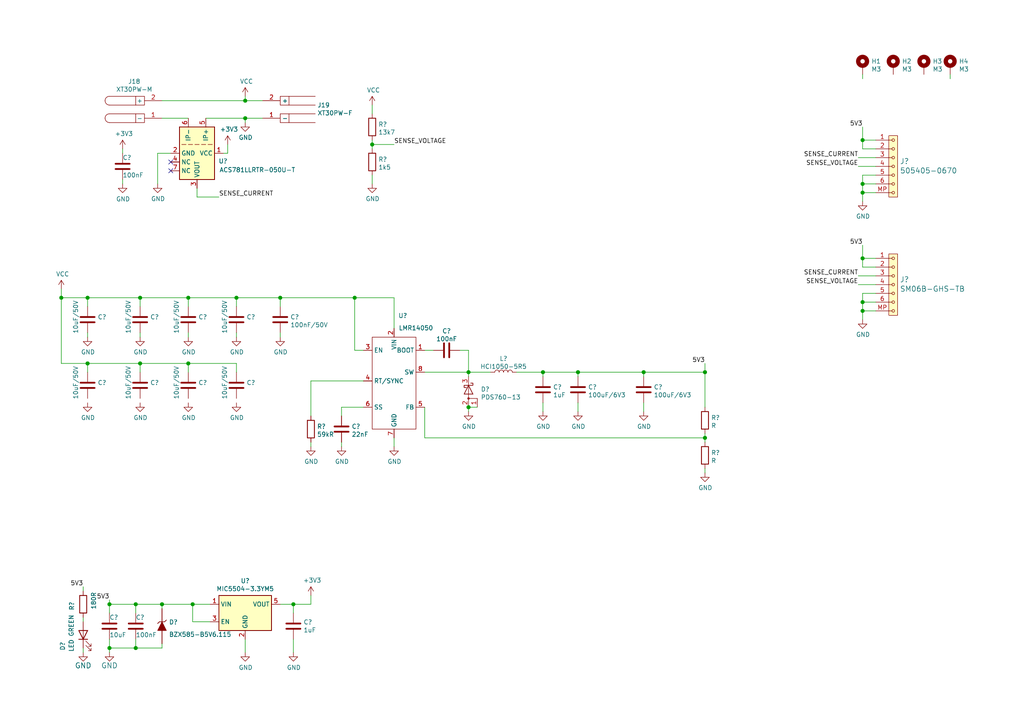
<source format=kicad_sch>
(kicad_sch (version 20210406) (generator eeschema)
  (paper "A4")
  (lib_symbols
    (symbol "Device:C" (pin_numbers hide) (pin_names (offset 0.254))
      (property "Reference" "C" (at 0.635 2.54 0))
      (property "Value" "C" (at 0.635 -2.54 0))
      (symbol "C_0_1"
        (polyline (pts (xy -2.032 -0.762) (xy 2.032 -0.762)) (stroke (width 0.508)))
        (polyline (pts (xy -2.032 0.762) (xy 2.032 0.762)) (stroke (width 0.508)))
      )
      (symbol "C_1_1"
        (pin passive line (at 0 3.81 270) (length 2.794) (name "~") (number "1"))
        (pin passive line (at 0 -3.81 90) (length 2.794) (name "~") (number "2"))
      )
    )
    (symbol "Device:D_Schottky_AAK" (pin_names (offset 0) hide)
      (property "Reference" "D" (at 0 2.54 0))
      (property "Value" "D_Schottky_AAK" (at 0 -2.54 0))
      (symbol "D_Schottky_AAK_0_1"
        (circle (center 2.54 0) (radius 0.254) (fill (type outline)))
        (polyline (pts (xy 1.27 1.27) (xy 1.27 -1.27) (xy -1.27 0) (xy 1.27 1.27)) (stroke (width 0.2032)))
        (polyline (pts (xy 3.81 2.54) (xy 2.54 2.54) (xy 2.54 0) (xy -1.27 0)))
        (polyline (pts (xy -1.905 0.635) (xy -1.905 1.27) (xy -1.27 1.27) (xy -1.27 -1.27) (xy -0.635 -1.27) (xy -0.635 -0.635)) (stroke (width 0.2032)))
      )
      (symbol "D_Schottky_AAK_1_1"
        (pin passive line (at 5.08 2.54 180) (length 2.54) (name "A") (number "1"))
        (pin passive line (at 5.08 0 180) (length 2.54) (name "A") (number "2"))
        (pin passive line (at -3.81 0 0) (length 2.54) (name "K") (number "3"))
      )
    )
    (symbol "Device:L" (pin_numbers hide) (pin_names (offset 1.016) hide)
      (property "Reference" "L" (at -1.27 0 90))
      (property "Value" "L" (at 1.905 0 90))
      (symbol "L_0_1"
        (arc (start 0 -2.54) (end 0 -1.27) (radius (at 0 -1.905) (length 0.635) (angles -89.9 89.9)))
        (arc (start 0 -1.27) (end 0 0) (radius (at 0 -0.635) (length 0.635) (angles -89.9 89.9)))
        (arc (start 0 0) (end 0 1.27) (radius (at 0 0.635) (length 0.635) (angles -89.9 89.9)))
        (arc (start 0 1.27) (end 0 2.54) (radius (at 0 1.905) (length 0.635) (angles -89.9 89.9)))
      )
      (symbol "L_1_1"
        (pin passive line (at 0 3.81 270) (length 1.27) (name "1") (number "1"))
        (pin passive line (at 0 -3.81 90) (length 1.27) (name "2") (number "2"))
      )
    )
    (symbol "Device:LED" (pin_numbers hide) (pin_names (offset 1.016) hide)
      (property "Reference" "D" (at 0 2.54 0))
      (property "Value" "LED" (at 0 -2.54 0))
      (symbol "LED_0_1"
        (polyline (pts (xy -1.27 -1.27) (xy -1.27 1.27)) (stroke (width 0.254)))
        (polyline (pts (xy -1.27 0) (xy 1.27 0)))
        (polyline (pts (xy 1.27 -1.27) (xy 1.27 1.27) (xy -1.27 0) (xy 1.27 -1.27)) (stroke (width 0.254)))
        (polyline (pts (xy -3.048 -0.762) (xy -4.572 -2.286) (xy -3.81 -2.286) (xy -4.572 -2.286) (xy -4.572 -1.524)))
        (polyline (pts (xy -1.778 -0.762) (xy -3.302 -2.286) (xy -2.54 -2.286) (xy -3.302 -2.286) (xy -3.302 -1.524)))
      )
      (symbol "LED_1_1"
        (pin passive line (at -3.81 0 0) (length 2.54) (name "K") (number "1"))
        (pin passive line (at 3.81 0 180) (length 2.54) (name "A") (number "2"))
      )
    )
    (symbol "Device:R" (pin_numbers hide) (pin_names (offset 0))
      (property "Reference" "R" (at 2.032 0 90))
      (property "Value" "R" (at 0 0 90))
      (symbol "R_0_1"
        (rectangle (start -1.016 -2.54) (end 1.016 2.54) (stroke (width 0.254)))
      )
      (symbol "R_1_1"
        (pin passive line (at 0 3.81 270) (length 1.27) (name "~") (number "1"))
        (pin passive line (at 0 -3.81 90) (length 1.27) (name "~") (number "2"))
      )
    )
    (symbol "MLAB_CONNECTORS:XT30PW-F"
      (property "Reference" "J" (at -5.08 8.89 0))
      (property "Value" "XT30PW-F" (at -1.27 6.35 0))
      (symbol "XT30PW-F_0_1"
        (rectangle (start 3.81 -1.27) (end 1.27 -3.81))
        (rectangle (start 3.81 3.81) (end 1.27 1.27))
        (polyline (pts (xy -6.35 -3.81) (xy 1.27 -3.81)))
        (polyline (pts (xy -6.35 1.27) (xy 1.27 1.27)))
        (polyline (pts (xy 1.27 -1.27) (xy -6.35 -1.27)))
        (polyline (pts (xy 1.27 3.81) (xy -6.35 3.81)))
      )
      (symbol "XT30PW-F_1_1"
        (pin passive line (at 8.89 -2.54 180) (length 5.08) (name "-") (number "1"))
        (pin passive line (at 8.89 2.54 180) (length 5.08) (name "+") (number "2"))
      )
    )
    (symbol "MLAB_CONNECTORS:XT30PW-M"
      (property "Reference" "J" (at -8.89 7.62 0))
      (property "Value" "XT30PW-M" (at -5.08 5.08 0))
      (symbol "XT30PW-M_0_1"
        (arc (start -8.89 -3.81) (end -10.16 -2.54) (radius (at -8.89 -2.5654) (length 1.2446) (angles -90 178.8)))
        (arc (start -8.89 -1.27) (end -10.16 -2.54) (radius (at -8.89 -2.5146) (length 1.2446) (angles 90 -178.8)))
        (arc (start -8.89 1.27) (end -10.16 2.54) (radius (at -8.89 2.5146) (length 1.2446) (angles -90 178.8)))
        (arc (start -8.89 3.81) (end -10.16 2.54) (radius (at -8.89 2.5654) (length 1.2446) (angles 90 -178.8)))
        (rectangle (start 1.27 -1.27) (end -1.27 -3.81))
        (rectangle (start 1.27 3.81) (end -1.27 1.27))
        (polyline (pts (xy -8.89 -3.81) (xy -1.27 -3.81)))
        (polyline (pts (xy -8.89 1.27) (xy -1.27 1.27)))
        (polyline (pts (xy -1.27 -1.27) (xy -8.89 -1.27)))
        (polyline (pts (xy -1.27 3.81) (xy -8.89 3.81)))
      )
      (symbol "XT30PW-M_1_1"
        (pin passive line (at 6.35 -2.54 180) (length 5.08) (name "-") (number "1"))
        (pin passive line (at 6.35 2.54 180) (length 5.08) (name "+") (number "2"))
      )
    )
    (symbol "MLAB_CONNECTORS_JST:SM06B-GHS-TB" (pin_names (offset 1.016))
      (property "Reference" "J" (at 0 -10.16 0))
      (property "Value" "SM06B-GHS-TB" (at 0 10.16 0))
      (symbol "SM06B-GHS-TB_0_1"
        (circle (center 0 -7.62) (radius 0.381))
        (circle (center 0 -5.08) (radius 0.381))
        (circle (center 0 -2.54) (radius 0.381))
        (circle (center 0 0) (radius 0.381))
        (circle (center 0 2.54) (radius 0.381))
        (circle (center 0 5.08) (radius 0.381))
        (circle (center 0 7.62) (radius 0.381))
        (rectangle (start -1.27 8.89) (end 1.27 -8.89) (fill (type background)))
        (polyline (pts (xy -1.27 -7.62) (xy -0.381 -7.62)))
        (polyline (pts (xy -1.27 -5.08) (xy -0.381 -5.08)))
        (polyline (pts (xy -1.27 -2.54) (xy -0.381 -2.54)))
        (polyline (pts (xy -1.27 0) (xy -0.381 0)))
        (polyline (pts (xy -1.27 2.54) (xy -0.381 2.54)))
        (polyline (pts (xy -1.27 5.08) (xy -0.381 5.08)))
        (polyline (pts (xy -1.27 7.62) (xy -0.381 7.62)))
      )
      (symbol "SM06B-GHS-TB_1_1"
        (pin input line (at -5.08 7.62 0) (length 3.81) (name "~") (number "1"))
        (pin input line (at -5.08 5.08 0) (length 3.81) (name "~") (number "2"))
        (pin input line (at -5.08 2.54 0) (length 3.81) (name "~") (number "3"))
        (pin input line (at -5.08 0 0) (length 3.81) (name "~") (number "4"))
        (pin input line (at -5.08 -2.54 0) (length 3.81) (name "~") (number "5"))
        (pin input line (at -5.08 -5.08 0) (length 3.81) (name "~") (number "6"))
        (pin input line (at -5.08 -7.62 0) (length 3.81) (name "~") (number "MP"))
      )
    )
    (symbol "MLAB_D:D_ZENER" (pin_numbers hide) (pin_names (offset 1.016) hide)
      (property "Reference" "D" (at 0 2.54 0))
      (property "Value" "D_ZENER" (at 0 -2.54 0))
      (symbol "D_ZENER_0_1"
        (polyline (pts (xy -1.778 1.27) (xy -1.27 0.762) (xy -1.27 -0.762) (xy -0.762 -1.27) (xy -0.762 -1.27)) (stroke (width 0.2032)))
        (polyline (pts (xy -1.27 0) (xy 1.27 1.27) (xy 1.27 -1.27) (xy -1.27 0) (xy -1.27 0)) (fill (type outline)))
      )
      (symbol "D_ZENER_1_1"
        (pin passive line (at -5.08 0 0) (length 3.81) (name "K") (number "1"))
        (pin passive line (at 5.08 0 180) (length 3.81) (name "A") (number "2"))
      )
    )
    (symbol "MLAB_IO:LMR14050"
      (property "Reference" "U" (at 0 0 0))
      (property "Value" "LMR14050" (at 0 -2.54 0))
      (symbol "LMR14050_0_1"
        (rectangle (start -6.35 15.24) (end 6.35 -11.43) (stroke (width 0.1524)))
      )
      (symbol "LMR14050_1_1"
        (pin unspecified line (at 8.89 11.43 180) (length 2.54) (name "BOOT") (number "1"))
        (pin unspecified line (at 0 17.78 270) (length 2.54) (name "VIN") (number "2"))
        (pin unspecified line (at -8.89 11.43 0) (length 2.54) (name "EN") (number "3"))
        (pin unspecified line (at -8.89 2.54 0) (length 2.54) (name "RT/SYNC") (number "4"))
        (pin unspecified line (at 8.89 -5.08 180) (length 2.54) (name "FB") (number "5"))
        (pin unspecified line (at -8.89 -5.08 0) (length 2.54) (name "SS") (number "6"))
        (pin unspecified line (at 0 -13.97 90) (length 2.54) (name "GND") (number "7"))
        (pin unspecified line (at 8.89 5.08 180) (length 2.54) (name "SW") (number "8"))
      )
    )
    (symbol "Mechanical:MountingHole_Pad" (pin_numbers hide) (pin_names (offset 1.016) hide)
      (property "Reference" "H" (at 0 6.35 0))
      (property "Value" "MountingHole_Pad" (at 0 4.445 0))
      (symbol "MountingHole_Pad_0_1"
        (circle (center 0 1.27) (radius 1.27) (stroke (width 1.27)))
      )
      (symbol "MountingHole_Pad_1_1"
        (pin input line (at 0 -2.54 90) (length 2.54) (name "1") (number "1"))
      )
    )
    (symbol "Regulator_Linear:MIC5504-3.3YM5"
      (property "Reference" "U" (at -7.62 8.89 0))
      (property "Value" "MIC5504-3.3YM5" (at -7.62 6.35 0))
      (symbol "MIC5504-3.3YM5_0_1"
        (rectangle (start -7.62 -5.08) (end 7.62 5.08) (stroke (width 0.254)) (fill (type background)))
      )
      (symbol "MIC5504-3.3YM5_1_1"
        (pin power_in line (at -10.16 2.54 0) (length 2.54) (name "VIN") (number "1"))
        (pin power_in line (at 0 -7.62 90) (length 2.54) (name "GND") (number "2"))
        (pin input line (at -10.16 -2.54 0) (length 2.54) (name "EN") (number "3"))
        (pin no_connect line (at 7.62 -2.54 180) (length 2.54) hide (name "NC") (number "4"))
        (pin power_out line (at 10.16 2.54 180) (length 2.54) (name "VOUT") (number "5"))
      )
    )
    (symbol "Sensor_Current:ACS781xLRTR-050U"
      (property "Reference" "U" (at -7.62 6.35 0))
      (property "Value" "ACS781xLRTR-050U" (at 2.54 6.35 0))
      (symbol "ACS781xLRTR-050U_0_1"
        (rectangle (start -7.62 5.08) (end 7.62 -5.08) (stroke (width 0.254)) (fill (type background)))
        (polyline (pts (xy -2.54 -3.175) (xy -2.54 -4.445)))
        (polyline (pts (xy -2.54 -1.27) (xy -2.54 -2.54)))
        (polyline (pts (xy -2.54 0.635) (xy -2.54 -0.635)))
        (polyline (pts (xy -2.54 1.27) (xy -2.54 2.54)))
        (polyline (pts (xy -2.54 3.175) (xy -2.54 4.445)))
      )
      (symbol "ACS781xLRTR-050U_1_1"
        (pin power_in line (at 0 7.62 270) (length 2.54) (name "VCC") (number "1"))
        (pin power_in line (at 0 -7.62 90) (length 2.54) (name "GND") (number "2"))
        (pin output line (at 10.16 0 180) (length 2.54) (name "VOUT") (number "3"))
        (pin passive line (at 2.54 -7.62 90) (length 2.54) (name "NC") (number "4"))
        (pin passive line (at -10.16 2.54 0) (length 2.54) (name "IP+") (number "5"))
        (pin passive line (at -10.16 -2.54 0) (length 2.54) (name "IP-") (number "6"))
        (pin passive line (at 5.08 -7.62 90) (length 2.54) (name "NC") (number "7"))
      )
    )
    (symbol "power:+3V3" (power) (pin_names (offset 0))
      (property "Value" "+3V3" (at 0 3.556 0))
      (symbol "+3V3_0_1"
        (polyline (pts (xy -0.762 1.27) (xy 0 2.54)))
        (polyline (pts (xy 0 0) (xy 0 2.54)))
        (polyline (pts (xy 0 2.54) (xy 0.762 1.27)))
      )
      (symbol "+3V3_1_1"
        (pin power_in line (at 0 0 90) (length 0) hide (name "+3V3") (number "1"))
      )
    )
    (symbol "power:GND" (power) (pin_names (offset 0))
      (property "Value" "GND" (at 0 -3.81 0))
      (symbol "GND_0_1"
        (polyline (pts (xy 0 0) (xy 0 -1.27) (xy 1.27 -1.27) (xy 0 -2.54) (xy -1.27 -1.27) (xy 0 -1.27)))
      )
      (symbol "GND_1_1"
        (pin power_in line (at 0 0 270) (length 0) hide (name "GND") (number "1"))
      )
    )
    (symbol "power:VCC" (power) (pin_names (offset 0))
      (property "Value" "VCC" (at 0 3.81 0))
      (symbol "VCC_0_1"
        (polyline (pts (xy -0.762 1.27) (xy 0 2.54)))
        (polyline (pts (xy 0 0) (xy 0 2.54)))
        (polyline (pts (xy 0 2.54) (xy 0.762 1.27)))
      )
      (symbol "VCC_1_1"
        (pin power_in line (at 0 0 90) (length 0) hide (name "VCC") (number "1"))
      )
    )
  )
  (junction (at 17.78 86.36) (diameter 1.016))
  (junction (at 25.4 86.36) (diameter 1.016))
  (junction (at 25.4 105.41) (diameter 1.016))
  (junction (at 31.75 175.26) (diameter 1.016))
  (junction (at 31.75 187.96) (diameter 1.016))
  (junction (at 39.37 175.26) (diameter 1.016))
  (junction (at 39.37 187.96) (diameter 1.016))
  (junction (at 40.64 86.36) (diameter 1.016))
  (junction (at 40.64 105.41) (diameter 1.016))
  (junction (at 46.99 175.26) (diameter 1.016))
  (junction (at 54.61 86.36) (diameter 1.016))
  (junction (at 54.61 105.41) (diameter 1.016))
  (junction (at 55.88 175.26) (diameter 1.016))
  (junction (at 68.58 86.36) (diameter 1.016))
  (junction (at 71.12 29.21) (diameter 1.016))
  (junction (at 71.12 34.29) (diameter 1.016))
  (junction (at 81.28 86.36) (diameter 1.016))
  (junction (at 85.09 175.26) (diameter 1.016))
  (junction (at 102.87 86.36) (diameter 1.016))
  (junction (at 107.95 41.91) (diameter 1.016))
  (junction (at 135.89 107.95) (diameter 1.016))
  (junction (at 135.89 118.11) (diameter 1.016))
  (junction (at 157.48 107.95) (diameter 1.016))
  (junction (at 167.64 107.95) (diameter 1.016))
  (junction (at 186.69 107.95) (diameter 1.016))
  (junction (at 204.47 107.95) (diameter 1.016))
  (junction (at 204.47 127) (diameter 1.016))
  (junction (at 250.19 40.64) (diameter 1.016))
  (junction (at 250.19 53.34) (diameter 1.016))
  (junction (at 250.19 55.88) (diameter 1.016))
  (junction (at 250.19 74.93) (diameter 1.016))
  (junction (at 250.19 87.63) (diameter 1.016))
  (junction (at 250.19 90.17) (diameter 1.016))
  (no_connect (at 49.53 46.99))
  (no_connect (at 49.53 49.53))
  (wire (pts (xy 17.78 83.82) (xy 17.78 86.36)))
  (wire (pts (xy 17.78 105.41) (xy 17.78 86.36)))
  (wire (pts (xy 24.13 170.18) (xy 24.13 171.45)))
  (wire (pts (xy 24.13 179.07) (xy 24.13 180.34)))
  (wire (pts (xy 24.13 187.96) (xy 24.13 189.23)))
  (wire (pts (xy 25.4 86.36) (xy 17.78 86.36)))
  (wire (pts (xy 25.4 86.36) (xy 25.4 88.9)))
  (wire (pts (xy 25.4 96.52) (xy 25.4 97.79)))
  (wire (pts (xy 25.4 105.41) (xy 17.78 105.41)))
  (wire (pts (xy 25.4 105.41) (xy 25.4 107.95)))
  (wire (pts (xy 25.4 105.41) (xy 40.64 105.41)))
  (wire (pts (xy 31.75 173.99) (xy 31.75 175.26)))
  (wire (pts (xy 31.75 175.26) (xy 39.37 175.26)))
  (wire (pts (xy 31.75 177.8) (xy 31.75 175.26)))
  (wire (pts (xy 31.75 185.42) (xy 31.75 187.96)))
  (wire (pts (xy 31.75 187.96) (xy 31.75 189.23)))
  (wire (pts (xy 31.75 187.96) (xy 39.37 187.96)))
  (wire (pts (xy 35.56 43.18) (xy 35.56 44.45)))
  (wire (pts (xy 35.56 52.07) (xy 35.56 53.34)))
  (wire (pts (xy 39.37 175.26) (xy 46.99 175.26)))
  (wire (pts (xy 39.37 177.8) (xy 39.37 175.26)))
  (wire (pts (xy 39.37 185.42) (xy 39.37 187.96)))
  (wire (pts (xy 39.37 187.96) (xy 46.99 187.96)))
  (wire (pts (xy 40.64 86.36) (xy 25.4 86.36)))
  (wire (pts (xy 40.64 86.36) (xy 40.64 88.9)))
  (wire (pts (xy 40.64 96.52) (xy 40.64 97.79)))
  (wire (pts (xy 40.64 105.41) (xy 40.64 107.95)))
  (wire (pts (xy 40.64 105.41) (xy 54.61 105.41)))
  (wire (pts (xy 45.72 44.45) (xy 45.72 53.34)))
  (wire (pts (xy 46.99 29.21) (xy 71.12 29.21)))
  (wire (pts (xy 46.99 34.29) (xy 54.61 34.29)))
  (wire (pts (xy 46.99 175.26) (xy 55.88 175.26)))
  (wire (pts (xy 46.99 176.53) (xy 46.99 175.26)))
  (wire (pts (xy 46.99 186.69) (xy 46.99 187.96)))
  (wire (pts (xy 49.53 44.45) (xy 45.72 44.45)))
  (wire (pts (xy 54.61 86.36) (xy 40.64 86.36)))
  (wire (pts (xy 54.61 86.36) (xy 54.61 88.9)))
  (wire (pts (xy 54.61 96.52) (xy 54.61 97.79)))
  (wire (pts (xy 54.61 105.41) (xy 54.61 107.95)))
  (wire (pts (xy 54.61 105.41) (xy 68.58 105.41)))
  (wire (pts (xy 55.88 180.34) (xy 55.88 175.26)))
  (wire (pts (xy 57.15 54.61) (xy 57.15 57.15)))
  (wire (pts (xy 57.15 57.15) (xy 63.5 57.15)))
  (wire (pts (xy 59.69 34.29) (xy 71.12 34.29)))
  (wire (pts (xy 60.96 175.26) (xy 55.88 175.26)))
  (wire (pts (xy 60.96 180.34) (xy 55.88 180.34)))
  (wire (pts (xy 64.77 44.45) (xy 66.04 44.45)))
  (wire (pts (xy 66.04 44.45) (xy 66.04 41.91)))
  (wire (pts (xy 68.58 86.36) (xy 54.61 86.36)))
  (wire (pts (xy 68.58 86.36) (xy 68.58 88.9)))
  (wire (pts (xy 68.58 96.52) (xy 68.58 97.79)))
  (wire (pts (xy 68.58 105.41) (xy 68.58 107.95)))
  (wire (pts (xy 71.12 27.94) (xy 71.12 29.21)))
  (wire (pts (xy 71.12 29.21) (xy 76.2 29.21)))
  (wire (pts (xy 71.12 34.29) (xy 71.12 35.56)))
  (wire (pts (xy 71.12 34.29) (xy 76.2 34.29)))
  (wire (pts (xy 71.12 185.42) (xy 71.12 189.23)))
  (wire (pts (xy 81.28 86.36) (xy 68.58 86.36)))
  (wire (pts (xy 81.28 86.36) (xy 81.28 88.9)))
  (wire (pts (xy 81.28 96.52) (xy 81.28 97.79)))
  (wire (pts (xy 81.28 175.26) (xy 85.09 175.26)))
  (wire (pts (xy 85.09 175.26) (xy 85.09 177.8)))
  (wire (pts (xy 85.09 175.26) (xy 90.17 175.26)))
  (wire (pts (xy 85.09 185.42) (xy 85.09 189.23)))
  (wire (pts (xy 90.17 110.49) (xy 90.17 120.65)))
  (wire (pts (xy 90.17 128.27) (xy 90.17 129.54)))
  (wire (pts (xy 90.17 175.26) (xy 90.17 172.72)))
  (wire (pts (xy 99.06 118.11) (xy 99.06 120.65)))
  (wire (pts (xy 99.06 128.27) (xy 99.06 129.54)))
  (wire (pts (xy 102.87 86.36) (xy 81.28 86.36)))
  (wire (pts (xy 102.87 101.6) (xy 102.87 86.36)))
  (wire (pts (xy 105.41 101.6) (xy 102.87 101.6)))
  (wire (pts (xy 105.41 110.49) (xy 90.17 110.49)))
  (wire (pts (xy 105.41 118.11) (xy 99.06 118.11)))
  (wire (pts (xy 107.95 30.48) (xy 107.95 33.02)))
  (wire (pts (xy 107.95 40.64) (xy 107.95 41.91)))
  (wire (pts (xy 107.95 41.91) (xy 107.95 43.18)))
  (wire (pts (xy 107.95 41.91) (xy 114.3 41.91)))
  (wire (pts (xy 107.95 50.8) (xy 107.95 53.34)))
  (wire (pts (xy 114.3 86.36) (xy 102.87 86.36)))
  (wire (pts (xy 114.3 95.25) (xy 114.3 86.36)))
  (wire (pts (xy 114.3 127) (xy 114.3 129.54)))
  (wire (pts (xy 123.19 101.6) (xy 125.73 101.6)))
  (wire (pts (xy 123.19 107.95) (xy 135.89 107.95)))
  (wire (pts (xy 123.19 118.11) (xy 123.19 127)))
  (wire (pts (xy 123.19 127) (xy 204.47 127)))
  (wire (pts (xy 133.35 101.6) (xy 135.89 101.6)))
  (wire (pts (xy 135.89 101.6) (xy 135.89 107.95)))
  (wire (pts (xy 135.89 107.95) (xy 135.89 109.22)))
  (wire (pts (xy 135.89 107.95) (xy 142.24 107.95)))
  (wire (pts (xy 135.89 118.11) (xy 135.89 119.38)))
  (wire (pts (xy 135.89 118.11) (xy 138.43 118.11)))
  (wire (pts (xy 149.86 107.95) (xy 157.48 107.95)))
  (wire (pts (xy 157.48 107.95) (xy 157.48 109.22)))
  (wire (pts (xy 157.48 107.95) (xy 167.64 107.95)))
  (wire (pts (xy 157.48 116.84) (xy 157.48 119.38)))
  (wire (pts (xy 167.64 107.95) (xy 167.64 109.22)))
  (wire (pts (xy 167.64 107.95) (xy 186.69 107.95)))
  (wire (pts (xy 167.64 116.84) (xy 167.64 119.38)))
  (wire (pts (xy 186.69 107.95) (xy 186.69 109.22)))
  (wire (pts (xy 186.69 107.95) (xy 204.47 107.95)))
  (wire (pts (xy 186.69 116.84) (xy 186.69 119.38)))
  (wire (pts (xy 204.47 105.41) (xy 204.47 107.95)))
  (wire (pts (xy 204.47 107.95) (xy 204.47 118.11)))
  (wire (pts (xy 204.47 125.73) (xy 204.47 127)))
  (wire (pts (xy 204.47 127) (xy 204.47 128.27)))
  (wire (pts (xy 204.47 135.89) (xy 204.47 137.16)))
  (wire (pts (xy 248.92 45.72) (xy 254 45.72)))
  (wire (pts (xy 248.92 48.26) (xy 254 48.26)))
  (wire (pts (xy 248.92 80.01) (xy 254 80.01)))
  (wire (pts (xy 248.92 82.55) (xy 254 82.55)))
  (wire (pts (xy 250.19 21.59) (xy 250.19 22.86)))
  (wire (pts (xy 250.19 36.83) (xy 250.19 40.64)))
  (wire (pts (xy 250.19 40.64) (xy 250.19 43.18)))
  (wire (pts (xy 250.19 40.64) (xy 254 40.64)))
  (wire (pts (xy 250.19 50.8) (xy 250.19 53.34)))
  (wire (pts (xy 250.19 53.34) (xy 250.19 55.88)))
  (wire (pts (xy 250.19 55.88) (xy 250.19 58.42)))
  (wire (pts (xy 250.19 55.88) (xy 254 55.88)))
  (wire (pts (xy 250.19 71.12) (xy 250.19 74.93)))
  (wire (pts (xy 250.19 74.93) (xy 250.19 77.47)))
  (wire (pts (xy 250.19 74.93) (xy 254 74.93)))
  (wire (pts (xy 250.19 85.09) (xy 250.19 87.63)))
  (wire (pts (xy 250.19 87.63) (xy 250.19 90.17)))
  (wire (pts (xy 250.19 90.17) (xy 250.19 92.71)))
  (wire (pts (xy 250.19 90.17) (xy 254 90.17)))
  (wire (pts (xy 254 43.18) (xy 250.19 43.18)))
  (wire (pts (xy 254 50.8) (xy 250.19 50.8)))
  (wire (pts (xy 254 53.34) (xy 250.19 53.34)))
  (wire (pts (xy 254 77.47) (xy 250.19 77.47)))
  (wire (pts (xy 254 85.09) (xy 250.19 85.09)))
  (wire (pts (xy 254 87.63) (xy 250.19 87.63)))
  (wire (pts (xy 275.59 22.86) (xy 275.59 21.59)))
  (label "5V3" (at 24.13 170.18 180))
  (label "5V3" (at 31.75 173.99 180))
  (label "SENSE_CURRENT" (at 63.5 57.15 0))
  (label "SENSE_VOLTAGE" (at 114.3 41.91 0))
  (label "5V3" (at 204.47 105.41 180))
  (label "SENSE_CURRENT" (at 248.92 45.72 180))
  (label "SENSE_VOLTAGE" (at 248.92 48.26 180))
  (label "SENSE_CURRENT" (at 248.92 80.01 180))
  (label "SENSE_VOLTAGE" (at 248.92 82.55 180))
  (label "5V3" (at 250.19 36.83 180))
  (label "5V3" (at 250.19 71.12 180))
  (symbol (lib_id "power:VCC") (at 17.78 83.82 0) (unit 1)
    (property "Reference" "#PWR?" (effects hide))
    (property "Value" "VCC" (at 18.1483 79.4956 0))
  )
  (symbol (lib_id "power:+3V3") (at 35.56 43.18 0) (unit 1)
    (property "Reference" "#PWR?" (effects hide))
    (property "Value" "+3V3" (at 35.941 38.7858 0))
  )
  (symbol (lib_id "power:+3V3") (at 66.04 41.91 0) (unit 1)
    (property "Reference" "#PWR?" (effects hide))
    (property "Value" "+3V3" (at 66.421 37.5158 0))
  )
  (symbol (lib_id "power:VCC") (at 71.12 27.94 0) (unit 1)
    (property "Reference" "#PWR?" (effects hide))
    (property "Value" "VCC" (at 71.4883 23.6156 0))
  )
  (symbol (lib_id "power:+3V3") (at 90.17 172.72 0) (unit 1)
    (property "Reference" "#PWR?" (effects hide))
    (property "Value" "+3V3" (at 90.551 168.3258 0))
  )
  (symbol (lib_id "power:VCC") (at 107.95 30.48 0) (unit 1)
    (property "Reference" "#PWR?" (effects hide))
    (property "Value" "VCC" (at 108.3183 26.1556 0))
  )
  (symbol (lib_id "power:GND") (at 24.13 189.23 0) (unit 1)
    (property "Reference" "#PWR?" (effects hide))
    (property "Value" "GND" (at 24.13 193.04 0) (effects (font (size 1.524 1.524))))
  )
  (symbol (lib_id "power:GND") (at 25.4 97.79 0) (unit 1)
    (property "Reference" "#PWR?" (effects hide))
    (property "Value" "GND" (at 25.5143 102.1144 0))
  )
  (symbol (lib_id "power:GND") (at 25.4 116.84 0) (unit 1)
    (property "Reference" "#PWR?" (effects hide))
    (property "Value" "GND" (at 25.5143 121.1644 0))
  )
  (symbol (lib_id "power:GND") (at 31.75 189.23 0) (unit 1)
    (property "Reference" "#PWR?" (effects hide))
    (property "Value" "GND" (at 31.75 193.04 0) (effects (font (size 1.524 1.524))))
  )
  (symbol (lib_id "power:GND") (at 35.56 53.34 0) (unit 1)
    (property "Reference" "#PWR?" (effects hide))
    (property "Value" "GND" (at 35.687 57.7342 0))
  )
  (symbol (lib_id "power:GND") (at 40.64 97.79 0) (unit 1)
    (property "Reference" "#PWR?" (effects hide))
    (property "Value" "GND" (at 40.7543 102.1144 0))
  )
  (symbol (lib_id "power:GND") (at 40.64 116.84 0) (unit 1)
    (property "Reference" "#PWR?" (effects hide))
    (property "Value" "GND" (at 40.7543 121.1644 0))
  )
  (symbol (lib_id "power:GND") (at 45.72 53.34 0) (unit 1)
    (property "Reference" "#PWR?" (effects hide))
    (property "Value" "GND" (at 45.8343 57.6644 0))
  )
  (symbol (lib_id "power:GND") (at 54.61 97.79 0) (unit 1)
    (property "Reference" "#PWR?" (effects hide))
    (property "Value" "GND" (at 54.7243 102.1144 0))
  )
  (symbol (lib_id "power:GND") (at 54.61 116.84 0) (unit 1)
    (property "Reference" "#PWR?" (effects hide))
    (property "Value" "GND" (at 54.7243 121.1644 0))
  )
  (symbol (lib_id "power:GND") (at 68.58 97.79 0) (unit 1)
    (property "Reference" "#PWR?" (effects hide))
    (property "Value" "GND" (at 68.6943 102.1144 0))
  )
  (symbol (lib_id "power:GND") (at 68.58 116.84 0) (unit 1)
    (property "Reference" "#PWR?" (effects hide))
    (property "Value" "GND" (at 68.6943 121.1644 0))
  )
  (symbol (lib_id "power:GND") (at 71.12 35.56 0) (unit 1)
    (property "Reference" "#PWR?" (effects hide))
    (property "Value" "GND" (at 71.2343 39.8844 0))
  )
  (symbol (lib_id "power:GND") (at 71.12 189.23 0) (unit 1)
    (property "Reference" "#PWR?" (effects hide))
    (property "Value" "GND" (at 71.247 193.6242 0))
  )
  (symbol (lib_id "power:GND") (at 81.28 97.79 0) (unit 1)
    (property "Reference" "#PWR?" (effects hide))
    (property "Value" "GND" (at 81.3943 102.1144 0))
  )
  (symbol (lib_id "power:GND") (at 85.09 189.23 0) (unit 1)
    (property "Reference" "#PWR?" (effects hide))
    (property "Value" "GND" (at 85.217 193.6242 0))
  )
  (symbol (lib_id "power:GND") (at 90.17 129.54 0) (unit 1)
    (property "Reference" "#PWR?" (effects hide))
    (property "Value" "GND" (at 90.2843 133.8644 0))
  )
  (symbol (lib_id "power:GND") (at 99.06 129.54 0) (unit 1)
    (property "Reference" "#PWR?" (effects hide))
    (property "Value" "GND" (at 99.1743 133.8644 0))
  )
  (symbol (lib_id "power:GND") (at 107.95 53.34 0) (unit 1)
    (property "Reference" "#PWR?" (effects hide))
    (property "Value" "GND" (at 108.0643 57.6644 0))
  )
  (symbol (lib_id "power:GND") (at 114.3 129.54 0) (unit 1)
    (property "Reference" "#PWR?" (effects hide))
    (property "Value" "GND" (at 114.4143 133.8644 0))
  )
  (symbol (lib_id "power:GND") (at 135.89 119.38 0) (unit 1)
    (property "Reference" "#PWR?" (effects hide))
    (property "Value" "GND" (at 136.0043 123.7044 0))
  )
  (symbol (lib_id "power:GND") (at 157.48 119.38 0) (unit 1)
    (property "Reference" "#PWR?" (effects hide))
    (property "Value" "GND" (at 157.5943 123.7044 0))
  )
  (symbol (lib_id "power:GND") (at 167.64 119.38 0) (unit 1)
    (property "Reference" "#PWR?" (effects hide))
    (property "Value" "GND" (at 167.7543 123.7044 0))
  )
  (symbol (lib_id "power:GND") (at 186.69 119.38 0) (unit 1)
    (property "Reference" "#PWR?" (effects hide))
    (property "Value" "GND" (at 186.8043 123.7044 0))
  )
  (symbol (lib_id "power:GND") (at 204.47 137.16 0) (unit 1)
    (property "Reference" "#PWR?" (effects hide))
    (property "Value" "GND" (at 204.5843 141.4844 0))
  )
  (symbol (lib_id "power:GND") (at 250.19 58.42 0) (unit 1)
    (property "Reference" "#PWR?" (effects hide))
    (property "Value" "GND" (at 250.3043 62.7444 0))
  )
  (symbol (lib_id "power:GND") (at 250.19 92.71 0) (unit 1)
    (property "Reference" "#PWR?" (effects hide))
    (property "Value" "GND" (at 250.3043 97.0344 0))
  )
  (symbol (lib_id "Device:L") (at 146.05 107.95 90) (unit 1)
    (property "Reference" "L?" (at 146.05 104.0088 90))
    (property "Value" "HCI1050-5R5" (at 146.05 106.3075 90))
  )
  (symbol (lib_id "Device:R") (at 24.13 175.26 0) (unit 1)
    (property "Reference" "R?" (at 20.8281 177.0391 90) (effects (justify left)))
    (property "Value" "180R" (at 27.1781 176.7978 90) (effects (justify left)))
    (property "Footprint" "Mlab_R:SMD-0603" (effects hide))
  )
  (symbol (lib_id "Device:R") (at 90.17 124.46 0) (unit 1)
    (property "Reference" "R?" (at 91.9481 123.6991 0) (effects (justify left)))
    (property "Value" "59kR" (at 91.9481 125.9978 0) (effects (justify left)))
  )
  (symbol (lib_id "Device:R") (at 107.95 36.83 0) (unit 1)
    (property "Reference" "R?" (at 109.7281 36.0691 0) (effects (justify left)))
    (property "Value" "13k7" (at 109.7281 38.3678 0) (effects (justify left)))
  )
  (symbol (lib_id "Device:R") (at 107.95 46.99 0) (unit 1)
    (property "Reference" "R?" (at 109.7281 46.2291 0) (effects (justify left)))
    (property "Value" "1k5" (at 109.7281 48.5278 0) (effects (justify left)))
  )
  (symbol (lib_id "Device:R") (at 204.47 121.92 0) (unit 1)
    (property "Reference" "R?" (at 206.2481 121.1591 0) (effects (justify left)))
    (property "Value" "R" (at 206.2481 123.4578 0) (effects (justify left)))
  )
  (symbol (lib_id "Device:R") (at 204.47 132.08 0) (unit 1)
    (property "Reference" "R?" (at 206.2481 131.3191 0) (effects (justify left)))
    (property "Value" "R" (at 206.2481 133.6178 0) (effects (justify left)))
  )
  (symbol (lib_id "Mechanical:MountingHole_Pad") (at 250.19 19.05 0) (unit 1)
    (property "Reference" "H1" (at 252.7301 17.7736 0) (effects (justify left)))
    (property "Value" "M3" (at 252.7301 20.0723 0) (effects (justify left)))
    (property "Footprint" "Mlab_Mechanical:MountingHole_3mm" (effects hide))
  )
  (symbol (lib_id "Mechanical:MountingHole_Pad") (at 259.08 19.05 0) (unit 1)
    (property "Reference" "H2" (at 261.6201 17.7736 0) (effects (justify left)))
    (property "Value" "M3" (at 261.6201 20.0723 0) (effects (justify left)))
    (property "Footprint" "Mlab_Mechanical:MountingHole_3mm" (effects hide))
  )
  (symbol (lib_id "Mechanical:MountingHole_Pad") (at 267.97 19.05 0) (unit 1)
    (property "Reference" "H3" (at 270.5101 17.7736 0) (effects (justify left)))
    (property "Value" "M3" (at 270.5101 20.0723 0) (effects (justify left)))
    (property "Footprint" "Mlab_Mechanical:MountingHole_3mm" (effects hide))
  )
  (symbol (lib_id "Mechanical:MountingHole_Pad") (at 275.59 19.05 0) (unit 1)
    (property "Reference" "H4" (at 278.1301 17.7736 0) (effects (justify left)))
    (property "Value" "M3" (at 278.1301 20.0723 0) (effects (justify left)))
    (property "Footprint" "Mlab_Mechanical:MountingHole_3mm" (effects hide))
  )
  (symbol (lib_id "MLAB_D:D_ZENER") (at 46.99 181.61 270) (unit 1)
    (property "Reference" "D?" (at 48.9966 180.4416 90) (effects (justify left)))
    (property "Value" "BZX585-B5V6.115" (at 48.997 184.023 90) (effects (justify left)))
    (property "Footprint" "Diode_SMD:D_SOD-523" (effects hide))
    (property "UST_ID" "604b0326128750769e5b0f93" (effects hide))
  )
  (symbol (lib_id "Device:LED") (at 24.13 184.15 90) (unit 1)
    (property "Reference" "D?" (at 18.1611 186.1196 0) (effects (justify right)))
    (property "Value" "LED GREEN" (at 20.7011 178.2583 0) (effects (justify right)))
    (property "Footprint" "Mlab_D:LED_1206" (effects hide))
  )
  (symbol (lib_id "Device:C") (at 25.4 92.71 0) (unit 1)
    (property "Reference" "C?" (at 28.3211 91.9491 0) (effects (justify left)))
    (property "Value" "10uF/50V" (at 21.9711 96.7878 90) (effects (justify left)))
    (property "Footprint" "Resistor_SMD:R_1206_3216Metric" (effects hide))
    (property "UST_ID" "607c0671128750769ee58c7f" (effects hide))
  )
  (symbol (lib_id "Device:C") (at 25.4 111.76 0) (unit 1)
    (property "Reference" "C?" (at 28.3211 110.9991 0) (effects (justify left)))
    (property "Value" "10uF/50V" (at 21.9711 115.8378 90) (effects (justify left)))
    (property "Footprint" "Resistor_SMD:R_1206_3216Metric" (effects hide))
    (property "UST_ID" "607c0671128750769ee58c7f" (effects hide))
  )
  (symbol (lib_id "Device:C") (at 31.75 181.61 0) (unit 1)
    (property "Reference" "C?" (at 31.75 179.07 0) (effects (justify left)))
    (property "Value" "10uF" (at 31.75 184.15 0) (effects (justify left)))
    (property "Footprint" "Mlab_R:SMD-0805" (effects hide))
    (property "UST_ID" "5c70984812875079b91f8bbd" (effects hide))
  )
  (symbol (lib_id "Device:C") (at 35.56 48.26 0) (unit 1)
    (property "Reference" "C?" (at 35.56 45.72 0) (effects (justify left)))
    (property "Value" "100nF" (at 35.56 50.8 0) (effects (justify left)))
    (property "Footprint" "Mlab_R:SMD-0603" (effects hide))
    (property "UST_ID" "5c70984812875079b91f8bf2" (effects hide))
  )
  (symbol (lib_id "Device:C") (at 39.37 181.61 0) (unit 1)
    (property "Reference" "C?" (at 39.37 179.07 0) (effects (justify left)))
    (property "Value" "100nF" (at 39.37 184.15 0) (effects (justify left)))
    (property "Footprint" "Mlab_R:SMD-0603" (effects hide))
    (property "UST_ID" "5c70984812875079b91f8bf2" (effects hide))
  )
  (symbol (lib_id "Device:C") (at 40.64 92.71 0) (unit 1)
    (property "Reference" "C?" (at 43.5611 91.9491 0) (effects (justify left)))
    (property "Value" "10uF/50V" (at 37.2111 96.7878 90) (effects (justify left)))
    (property "Footprint" "Resistor_SMD:R_1206_3216Metric" (effects hide))
    (property "UST_ID" "607c0671128750769ee58c7f" (effects hide))
  )
  (symbol (lib_id "Device:C") (at 40.64 111.76 0) (unit 1)
    (property "Reference" "C?" (at 43.5611 110.9991 0) (effects (justify left)))
    (property "Value" "10uF/50V" (at 37.2111 115.8378 90) (effects (justify left)))
    (property "Footprint" "Resistor_SMD:R_1206_3216Metric" (effects hide))
    (property "UST_ID" "607c0671128750769ee58c7f" (effects hide))
  )
  (symbol (lib_id "Device:C") (at 54.61 92.71 0) (unit 1)
    (property "Reference" "C?" (at 57.5311 91.9491 0) (effects (justify left)))
    (property "Value" "10uF/50V" (at 51.1811 96.7878 90) (effects (justify left)))
    (property "Footprint" "Resistor_SMD:R_1206_3216Metric" (effects hide))
    (property "UST_ID" "607c0671128750769ee58c7f" (effects hide))
  )
  (symbol (lib_id "Device:C") (at 54.61 111.76 0) (unit 1)
    (property "Reference" "C?" (at 57.5311 110.9991 0) (effects (justify left)))
    (property "Value" "10uF/50V" (at 51.1811 115.8378 90) (effects (justify left)))
    (property "Footprint" "Resistor_SMD:R_1206_3216Metric" (effects hide))
    (property "UST_ID" "607c0671128750769ee58c7f" (effects hide))
  )
  (symbol (lib_id "Device:C") (at 68.58 92.71 0) (unit 1)
    (property "Reference" "C?" (at 71.5011 91.9491 0) (effects (justify left)))
    (property "Value" "10uF/50V" (at 65.1511 96.7878 90) (effects (justify left)))
    (property "Footprint" "Resistor_SMD:R_1206_3216Metric" (effects hide))
    (property "UST_ID" "607c0671128750769ee58c7f" (effects hide))
  )
  (symbol (lib_id "Device:C") (at 68.58 111.76 0) (unit 1)
    (property "Reference" "C?" (at 71.5011 110.9991 0) (effects (justify left)))
    (property "Value" "10uF/50V" (at 65.1511 115.8378 90) (effects (justify left)))
    (property "Footprint" "Resistor_SMD:R_1206_3216Metric" (effects hide))
    (property "UST_ID" "607c0671128750769ee58c7f" (effects hide))
  )
  (symbol (lib_id "Device:C") (at 81.28 92.71 0) (unit 1)
    (property "Reference" "C?" (at 84.2011 91.9491 0) (effects (justify left)))
    (property "Value" "100nF/50V" (at 84.2011 94.2478 0) (effects (justify left)))
    (property "UST_ID" "5c70984712875079b91f8b4c" (effects hide))
  )
  (symbol (lib_id "Device:C") (at 85.09 181.61 0) (unit 1)
    (property "Reference" "C?" (at 88.011 180.4416 0) (effects (justify left)))
    (property "Value" "1uF" (at 88.011 182.753 0) (effects (justify left)))
    (property "Footprint" "Mlab_R:SMD-0603" (effects hide))
    (property "UST_ID" "5c70984812875079b91f8bc2" (effects hide))
  )
  (symbol (lib_id "Device:C") (at 99.06 124.46 0) (unit 1)
    (property "Reference" "C?" (at 101.9811 123.6991 0) (effects (justify left)))
    (property "Value" "22nF" (at 101.9811 125.9978 0) (effects (justify left)))
  )
  (symbol (lib_id "Device:C") (at 129.54 101.6 90) (unit 1)
    (property "Reference" "C?" (at 129.54 96.0078 90))
    (property "Value" "100nF" (at 129.54 98.3065 90))
    (property "Footprint" "Mlab_R:SMD-0805" (effects hide))
  )
  (symbol (lib_id "Device:C") (at 157.48 113.03 0) (unit 1)
    (property "Reference" "C?" (at 160.4011 112.2691 0) (effects (justify left)))
    (property "Value" "1uF" (at 160.4011 114.5678 0) (effects (justify left)))
    (property "Footprint" "Mlab_R:SMD-0805" (effects hide))
    (property "UST_ID" "5c70984712875079b91f8b6f" (effects hide))
  )
  (symbol (lib_id "Device:C") (at 167.64 113.03 0) (unit 1)
    (property "Reference" "C?" (at 170.5611 112.2691 0) (effects (justify left)))
    (property "Value" "100uF/6V3" (at 170.5611 114.5678 0) (effects (justify left)))
    (property "Footprint" "Resistor_SMD:R_1206_3216Metric" (effects hide))
    (property "UST_ID" "607c1245128750769ee58ca7" (effects hide))
  )
  (symbol (lib_id "Device:C") (at 186.69 113.03 0) (unit 1)
    (property "Reference" "C?" (at 189.6111 112.2691 0) (effects (justify left)))
    (property "Value" "100uF/6V3" (at 189.6111 114.5678 0) (effects (justify left)))
    (property "Footprint" "Resistor_SMD:R_1206_3216Metric" (effects hide))
    (property "UST_ID" "607c1245128750769ee58ca7" (effects hide))
  )
  (symbol (lib_id "Device:D_Schottky_AAK") (at 135.89 113.03 270) (unit 1)
    (property "Reference" "D?" (at 139.4461 112.9041 90) (effects (justify left)))
    (property "Value" "PDS760-13" (at 139.4461 115.2028 90) (effects (justify left)))
  )
  (symbol (lib_id "MLAB_CONNECTORS:XT30PW-F") (at 85.09 31.75 0) (mirror y) (unit 1)
    (property "Reference" "J19" (at 92.0751 30.4863 0) (effects (justify right)))
    (property "Value" "XT30PW-F" (at 92.0751 32.785 0) (effects (justify right)))
    (property "Footprint" "Connector_AMASS:AMASS_XT30PW-F_1x02_P2.50mm_Horizontal" (effects hide))
  )
  (symbol (lib_id "MLAB_CONNECTORS_JST:SM06B-GHS-TB") (at 259.08 48.26 0) (unit 1)
    (property "Reference" "J?" (at 260.9851 46.7919 0) (effects (font (size 1.524 1.524)) (justify left)))
    (property "Value" " 505405-0670" (at 260.985 49.5 0) (effects (font (size 1.524 1.524)) (justify left)))
    (property "Footprint" "Connector_JST:JST_GH_SM06B-GHS-TB_1x06-1MP_P1.25mm_Horizontal" (effects hide))
  )
  (symbol (lib_id "MLAB_CONNECTORS_JST:SM06B-GHS-TB") (at 259.08 82.55 0) (unit 1)
    (property "Reference" "J?" (at 260.9851 81.0819 0) (effects (font (size 1.524 1.524)) (justify left)))
    (property "Value" "SM06B-GHS-TB" (at 260.9851 83.7895 0) (effects (font (size 1.524 1.524)) (justify left)))
    (property "Footprint" "Connector_JST:JST_GH_SM06B-GHS-TB_1x06-1MP_P1.25mm_Horizontal" (effects hide))
  )
  (symbol (lib_id "MLAB_CONNECTORS:XT30PW-M") (at 40.64 31.75 0) (unit 1)
    (property "Reference" "J18" (at 38.9382 23.6282 0))
    (property "Value" "XT30PW-M" (at 38.9382 25.9269 0))
    (property "Footprint" "Connector_AMASS:AMASS_XT30PW-M_1x02_P2.50mm_Horizontal" (effects hide))
  )
  (symbol (lib_id "Regulator_Linear:MIC5504-3.3YM5") (at 71.12 177.8 0) (unit 1)
    (property "Reference" "U?" (at 71.12 168.4782 0))
    (property "Value" "MIC5504-3.3YM5" (at 71.12 170.7896 0))
    (property "Footprint" "Package_TO_SOT_SMD:SOT-23-5" (effects hide))
    (property "Datasheet" "http://ww1.microchip.com/downloads/en/DeviceDoc/MIC550X.pdf" (effects hide))
    (property "UST_ID" "5c7255e81287500b4e112ea2" (effects hide))
  )
  (symbol (lib_id "Sensor_Current:ACS781xLRTR-050U") (at 57.15 44.45 270) (unit 1)
    (property "Reference" "U?" (at 63.3794 46.7361 90) (effects (justify left)))
    (property "Value" "ACS781LLRTR-050U-T" (at 63.621 49.276 90) (effects (justify left)))
    (property "Footprint" "Sensor_Current:Allegro_PSOF-7_4.8x6.4mm_P1.60mm" (effects hide))
    (property "Datasheet" "http://www.allegromicro.com/~/media/Files/Datasheets/ACS780-Datasheet.ashx?la=en" (effects hide))
  )
  (symbol (lib_id "MLAB_IO:LMR14050") (at 114.3 113.03 0) (unit 1)
    (property "Reference" "U?" (at 116.84 91.5628 0))
    (property "Value" "LMR14050" (at 120.65 95.1315 0))
  )
)
</source>
